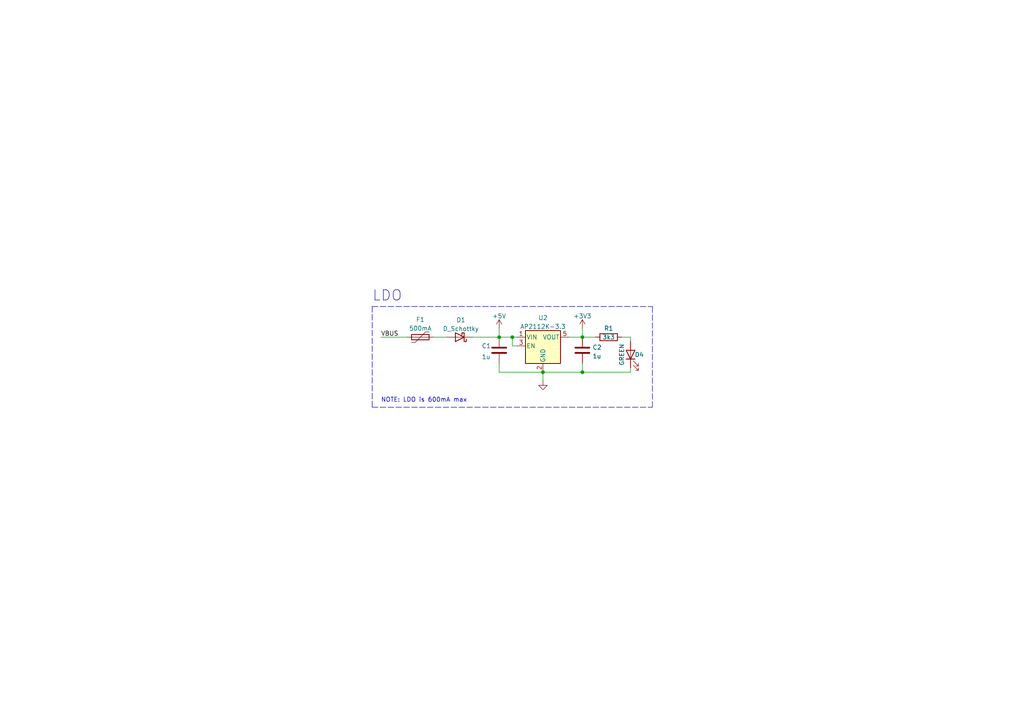
<source format=kicad_sch>
(kicad_sch (version 20211123) (generator eeschema)
  (paper "A4")
  (lib_symbols
    (symbol "Device:C" (pin_numbers hide) (pin_names (offset 0.254))
      (property "Reference" "C" (at 0.635 2.54 0))
      (property "Value" "C" (at 0.635 -2.54 0))
      (symbol "C_0_1"
        (polyline (pts (xy -2.032 -0.762) (xy 2.032 -0.762)) (stroke (width 0.508)))
        (polyline (pts (xy -2.032 0.762) (xy 2.032 0.762)) (stroke (width 0.508)))
      )
      (symbol "C_1_1"
        (pin passive line (at 0 3.81 270) (length 2.794) (name "~") (number "1"))
        (pin passive line (at 0 -3.81 90) (length 2.794) (name "~") (number "2"))
      )
    )
    (symbol "Device:D_Schottky" (pin_numbers hide) (pin_names (offset 1.016) hide)
      (property "Reference" "D" (at 0 2.54 0))
      (property "Value" "D_Schottky" (at 0 -2.54 0))
      (symbol "D_Schottky_0_1"
        (polyline (pts (xy 1.27 0) (xy -1.27 0)))
        (polyline (pts (xy 1.27 1.27) (xy 1.27 -1.27) (xy -1.27 0) (xy 1.27 1.27)) (stroke (width 0.254)))
        (polyline (pts (xy -1.905 0.635) (xy -1.905 1.27) (xy -1.27 1.27) (xy -1.27 -1.27) (xy -0.635 -1.27) (xy -0.635 -0.635)) (stroke (width 0.254)))
      )
      (symbol "D_Schottky_1_1"
        (pin passive line (at -3.81 0 0) (length 2.54) (name "K") (number "1"))
        (pin passive line (at 3.81 0 180) (length 2.54) (name "A") (number "2"))
      )
    )
    (symbol "Device:LED" (pin_numbers hide) (pin_names (offset 1.016) hide)
      (property "Reference" "D" (at 0 2.54 0))
      (property "Value" "LED" (at 0 -2.54 0))
      (symbol "LED_0_1"
        (polyline (pts (xy -1.27 -1.27) (xy -1.27 1.27)) (stroke (width 0.254)))
        (polyline (pts (xy -1.27 0) (xy 1.27 0)))
        (polyline (pts (xy 1.27 -1.27) (xy 1.27 1.27) (xy -1.27 0) (xy 1.27 -1.27)) (stroke (width 0.254)))
        (polyline (pts (xy -3.048 -0.762) (xy -4.572 -2.286) (xy -3.81 -2.286) (xy -4.572 -2.286) (xy -4.572 -1.524)))
        (polyline (pts (xy -1.778 -0.762) (xy -3.302 -2.286) (xy -2.54 -2.286) (xy -3.302 -2.286) (xy -3.302 -1.524)))
      )
      (symbol "LED_1_1"
        (pin passive line (at -3.81 0 0) (length 2.54) (name "K") (number "1"))
        (pin passive line (at 3.81 0 180) (length 2.54) (name "A") (number "2"))
      )
    )
    (symbol "Device:Polyfuse" (pin_numbers hide) (pin_names (offset 0))
      (property "Reference" "F" (at -2.54 0 90))
      (property "Value" "Polyfuse" (at 2.54 0 90))
      (symbol "Polyfuse_0_1"
        (rectangle (start -0.762 2.54) (end 0.762 -2.54) (stroke (width 0.254)))
        (polyline (pts (xy 0 2.54) (xy 0 -2.54)))
        (polyline (pts (xy -1.524 2.54) (xy -1.524 1.524) (xy 1.524 -1.524) (xy 1.524 -2.54)))
      )
      (symbol "Polyfuse_1_1"
        (pin passive line (at 0 3.81 270) (length 1.27) (name "~") (number "1"))
        (pin passive line (at 0 -3.81 90) (length 1.27) (name "~") (number "2"))
      )
    )
    (symbol "Device:R" (pin_numbers hide) (pin_names (offset 0))
      (property "Reference" "R" (at 2.032 0 90))
      (property "Value" "R" (at 0 0 90))
      (symbol "R_0_1"
        (rectangle (start -1.016 -2.54) (end 1.016 2.54) (stroke (width 0.254)))
      )
      (symbol "R_1_1"
        (pin passive line (at 0 3.81 270) (length 1.27) (name "~") (number "1"))
        (pin passive line (at 0 -3.81 90) (length 1.27) (name "~") (number "2"))
      )
    )
    (symbol "Regulator_Linear:AP2112K-3.3" (pin_names (offset 0.254))
      (property "Reference" "U" (at -5.08 5.715 0))
      (property "Value" "AP2112K-3.3" (at 0 5.715 0))
      (symbol "AP2112K-3.3_0_1"
        (rectangle (start -5.08 4.445) (end 5.08 -5.08) (stroke (width 0.254)) (fill (type background)))
      )
      (symbol "AP2112K-3.3_1_1"
        (pin power_in line (at -7.62 2.54 0) (length 2.54) (name "VIN") (number "1"))
        (pin power_in line (at 0 -7.62 90) (length 2.54) (name "GND") (number "2"))
        (pin input line (at -7.62 0 0) (length 2.54) (name "EN") (number "3"))
        (pin no_connect line (at 5.08 0 180) (length 2.54) hide (name "NC") (number "4"))
        (pin power_out line (at 7.62 2.54 180) (length 2.54) (name "VOUT") (number "5"))
      )
    )
    (symbol "power:+3V3" (power) (pin_names (offset 0))
      (property "Value" "+3V3" (at 0 3.556 0))
      (symbol "+3V3_0_1"
        (polyline (pts (xy -0.762 1.27) (xy 0 2.54)))
        (polyline (pts (xy 0 0) (xy 0 2.54)))
        (polyline (pts (xy 0 2.54) (xy 0.762 1.27)))
      )
      (symbol "+3V3_1_1"
        (pin power_in line (at 0 0 90) (length 0) hide (name "+3V3") (number "1"))
      )
    )
    (symbol "power:+5V" (power) (pin_names (offset 0))
      (property "Value" "+5V" (at 0 3.556 0))
      (symbol "+5V_0_1"
        (polyline (pts (xy -0.762 1.27) (xy 0 2.54)))
        (polyline (pts (xy 0 0) (xy 0 2.54)))
        (polyline (pts (xy 0 2.54) (xy 0.762 1.27)))
      )
      (symbol "+5V_1_1"
        (pin power_in line (at 0 0 90) (length 0) hide (name "+5V") (number "1"))
      )
    )
    (symbol "power:GND" (power) (pin_names (offset 0))
      (property "Value" "GND" (at 0 -3.81 0))
      (symbol "GND_0_1"
        (polyline (pts (xy 0 0) (xy 0 -1.27) (xy 1.27 -1.27) (xy 0 -2.54) (xy -1.27 -1.27) (xy 0 -1.27)))
      )
      (symbol "GND_1_1"
        (pin power_in line (at 0 0 270) (length 0) hide (name "GND") (number "1"))
      )
    )
  )
  (junction (at 168.91 97.79))
  (junction (at 168.91 107.95))
  (junction (at 144.78 97.79))
  (junction (at 157.48 107.95))
  (junction (at 148.59 97.79))
  (wire (pts (xy 165.1 97.79) (xy 168.91 97.79)))
  (wire (pts (xy 157.48 107.95) (xy 157.48 110.49)))
  (wire (pts (xy 157.48 107.95) (xy 168.91 107.95)))
  (wire (pts (xy 168.91 95.25) (xy 168.91 97.79)))
  (wire (pts (xy 125.73 97.79) (xy 129.54 97.79)))
  (wire (pts (xy 182.88 97.79) (xy 182.88 99.06)))
  (wire (pts (xy 168.91 105.41) (xy 168.91 107.95)))
  (wire (pts (xy 110.49 97.79) (xy 118.11 97.79)))
  (wire (pts (xy 148.59 97.79) (xy 148.59 100.33)))
  (wire (pts (xy 182.88 106.68) (xy 182.88 107.95)))
  (wire (pts (xy 180.34 97.79) (xy 182.88 97.79)))
  (wire (pts (xy 168.91 107.95) (xy 182.88 107.95)))
  (wire (pts (xy 144.78 95.25) (xy 144.78 97.79)))
  (wire (pts (xy 144.78 105.41) (xy 144.78 107.95)))
  (wire (pts (xy 137.16 97.79) (xy 144.78 97.79)))
  (wire (pts (xy 148.59 100.33) (xy 149.86 100.33)))
  (polyline (pts (xy 107.95 88.9) (xy 107.95 118.11)))
  (wire (pts (xy 144.78 107.95) (xy 157.48 107.95)))
  (polyline (pts (xy 107.95 118.11) (xy 189.23 118.11)))
  (wire (pts (xy 168.91 97.79) (xy 172.72 97.79)))
  (wire (pts (xy 149.86 97.79) (xy 148.59 97.79)))
  (polyline (pts (xy 189.23 118.11) (xy 189.23 88.9)))
  (wire (pts (xy 144.78 97.79) (xy 148.59 97.79)))
  (polyline (pts (xy 107.95 88.9) (xy 189.23 88.9)))
  (text "NOTE: LDO is 600mA max" (at 110.49 116.84 0) (effects (font (size 1.27 1.27)) (justify left bottom)))
  (text "LDO" (at 107.95 87.63 0) (effects (font (size 3 3)) (justify left bottom)))
  (label "VBUS" (at 110.49 97.79 0))
  (symbol (lib_id "Device:LED") (at 182.88 102.87 90) (unit 1)
    (property "Reference" "D4" (at 185.42 102.87 90))
    (property "Value" "GREEN" (at 180.34 102.87 0))
    (property "Footprint" "LED_SMD:LED_0603_1608Metric" (effects hide))
  )
  (symbol (lib_id "Device:Polyfuse") (at 121.92 97.79 90) (unit 1)
    (property "Reference" "F1" (at 121.92 92.71 90))
    (property "Value" "500mA" (at 121.92 95.25 90))
    (property "Footprint" "Fuse:Fuse_0603_1608Metric" (effects hide))
  )
  (symbol (lib_id "Regulator_Linear:AP2112K-3.3") (at 157.48 100.33 0) (unit 1)
    (property "Reference" "U2" (at 157.48 92.1852 0))
    (property "Value" "AP2112K-3.3" (at 157.48 94.7221 0))
    (property "Footprint" "Package_TO_SOT_SMD:SOT-23-5" (effects hide))
    (property "Datasheet" "https://www.diodes.com/assets/Datasheets/AP2112.pdf" (effects hide))
  )
  (symbol (lib_id "power:+5V") (at 144.78 95.25 0) (unit 1)
    (property "Reference" "#PWR0101" (effects hide))
    (property "Value" "+5V" (at 144.78 91.6742 0))
  )
  (symbol (lib_id "Device:D_Schottky") (at 133.35 97.79 180) (unit 1)
    (property "Reference" "D1" (at 133.6675 92.8202 0))
    (property "Value" "D_Schottky" (at 133.6675 95.3571 0))
    (property "Footprint" "Diode_SMD:D_0805_2012Metric" (effects hide))
  )
  (symbol (lib_id "Device:C") (at 168.91 101.6 0) (unit 1)
    (property "Reference" "C2" (at 171.831 100.7653 0) (effects (justify left)))
    (property "Value" "1u" (at 171.831 103.3022 0) (effects (justify left)))
    (property "Footprint" "Capacitor_SMD:C_0603_1608Metric" (effects hide))
  )
  (symbol (lib_id "Device:R") (at 176.53 97.79 90) (unit 1)
    (property "Reference" "R1" (at 176.53 95.25 90))
    (property "Value" "3k3" (at 176.53 97.79 90))
    (property "Footprint" "Resistor_SMD:R_0603_1608Metric" (effects hide))
  )
  (symbol (lib_id "power:GND") (at 157.48 110.49 0) (unit 1)
    (property "Reference" "#PWR0103" (effects hide))
    (property "Value" "GND" (effects hide))
  )
  (symbol (lib_id "Device:C") (at 144.78 101.6 0) (unit 1)
    (property "Reference" "C1" (at 139.7 100.33 0) (effects (justify left)))
    (property "Value" "1u" (at 139.7 103.505 0) (effects (justify left)))
    (property "Footprint" "Capacitor_SMD:C_0603_1608Metric" (effects hide))
  )
  (symbol (lib_id "power:+3V3") (at 168.91 95.25 0) (unit 1)
    (property "Reference" "#PWR0102" (effects hide))
    (property "Value" "+3V3" (at 168.91 91.6742 0))
  )
)
</source>
